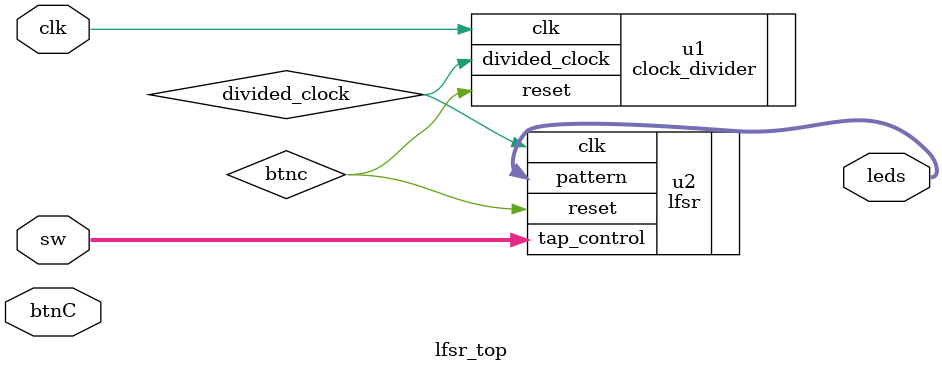
<source format=v>
module lfsr_top
(
    input clk,
    input btnC,
    input [15:0] sw,

    output [15:0] leds,
);

wire divided_clock;

clock_divider u1 
(
    .clk(clk),
    .reset(btnc),
    .divided_clock(divided_clock),
);

lfsr u2
(
    .clk(divided_clock),
    .reset(btnc),
    .tap_control(sw[15:0]),
    .pattern(leds[15:0])
);

endmodule
</source>
